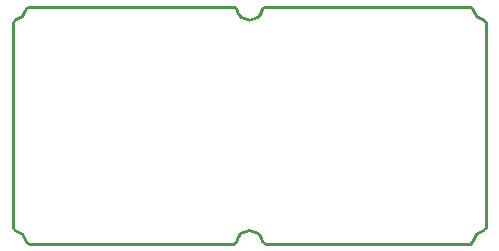
<source format=gm1>
G04 #@! TF.GenerationSoftware,KiCad,Pcbnew,8.0.3*
G04 #@! TF.CreationDate,2024-07-19T18:12:48+03:00*
G04 #@! TF.ProjectId,B-TPS63030-Brk-01Mbr-R01,422d5450-5336-4333-9033-302d42726b2d,rev?*
G04 #@! TF.SameCoordinates,Original*
G04 #@! TF.FileFunction,Profile,NP*
%FSLAX46Y46*%
G04 Gerber Fmt 4.6, Leading zero omitted, Abs format (unit mm)*
G04 Created by KiCad (PCBNEW 8.0.3) date 2024-07-19 18:12:48*
%MOMM*%
%LPD*%
G01*
G04 APERTURE LIST*
G04 #@! TA.AperFunction,Profile*
%ADD10C,0.250000*%
G04 #@! TD*
G04 APERTURE END LIST*
D10*
X157911890Y-78769192D02*
G75*
G02*
X158109508Y-78599904I197710J-30808D01*
G01*
X195738081Y-98430730D02*
G75*
G02*
X195540462Y-98599971I-197681J30830D01*
G01*
X175540462Y-78599961D02*
X158109508Y-78599961D01*
X157911890Y-78769192D02*
G75*
G02*
X156994206Y-79686803I-1086790J169192D01*
G01*
X158109508Y-98599961D02*
X175540462Y-98599961D01*
X158109508Y-98599961D02*
G75*
G02*
X157911914Y-98430726I-8J199961D01*
G01*
X195540462Y-78599961D02*
G75*
G02*
X195738067Y-78769194I38J-199939D01*
G01*
X156994216Y-97513057D02*
G75*
G02*
X157911934Y-98430723I-169216J-1086943D01*
G01*
X177911890Y-78769192D02*
G75*
G02*
X178109508Y-78599904I197710J-30808D01*
G01*
X178109508Y-98599961D02*
X195540462Y-98599961D01*
X196824985Y-97315438D02*
G75*
G02*
X196655761Y-97513105I-199985J-62D01*
G01*
X175738081Y-98430730D02*
G75*
G02*
X175540462Y-98599985I-197781J30930D01*
G01*
X195738081Y-98430730D02*
G75*
G02*
X196655757Y-97513077I1086919J-169270D01*
G01*
X175738081Y-98430730D02*
G75*
G02*
X177911891Y-98430730I1086905J-169230D01*
G01*
X178109508Y-98599961D02*
G75*
G02*
X177911914Y-98430726I-8J199961D01*
G01*
X156824985Y-79884484D02*
X156824985Y-97315438D01*
X196655754Y-79686865D02*
G75*
G02*
X196824915Y-79884484I-30754J-197535D01*
G01*
X156824985Y-79884484D02*
G75*
G02*
X156994216Y-79686868I200015J-16D01*
G01*
X196655754Y-79686865D02*
G75*
G02*
X195738126Y-78769185I169246J1086865D01*
G01*
X196824985Y-97315438D02*
X196824985Y-79884484D01*
X175540462Y-78599961D02*
G75*
G02*
X175738067Y-78769194I38J-199939D01*
G01*
X177911890Y-78769192D02*
G75*
G02*
X175738082Y-78769192I-1086904J169231D01*
G01*
X195540462Y-78599961D02*
X178109508Y-78599961D01*
X156994216Y-97513057D02*
G75*
G02*
X156825031Y-97315438I30984J197757D01*
G01*
M02*

</source>
